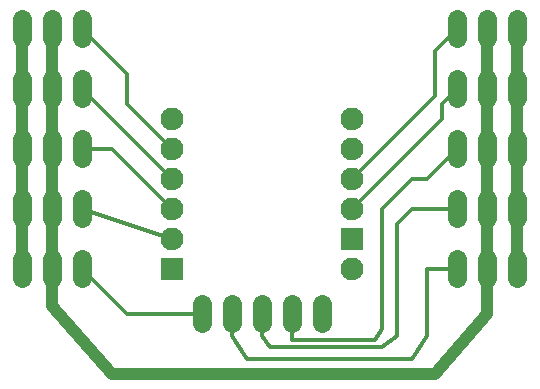
<source format=gbl>
G75*
%MOIN*%
%OFA0B0*%
%FSLAX25Y25*%
%IPPOS*%
%LPD*%
%AMOC8*
5,1,8,0,0,1.08239X$1,22.5*
%
%ADD10C,0.06400*%
%ADD11R,0.07600X0.07600*%
%ADD12C,0.07600*%
%ADD13C,0.04000*%
%ADD14C,0.01200*%
D10*
X0016600Y0039467D02*
X0016600Y0045867D01*
X0026600Y0045867D02*
X0026600Y0039467D01*
X0036600Y0039467D02*
X0036600Y0045867D01*
X0036600Y0059467D02*
X0036600Y0065867D01*
X0026600Y0065867D02*
X0026600Y0059467D01*
X0016600Y0059467D02*
X0016600Y0065867D01*
X0016600Y0079467D02*
X0016600Y0085867D01*
X0026600Y0085867D02*
X0026600Y0079467D01*
X0036600Y0079467D02*
X0036600Y0085867D01*
X0036600Y0099467D02*
X0036600Y0105867D01*
X0026600Y0105867D02*
X0026600Y0099467D01*
X0016600Y0099467D02*
X0016600Y0105867D01*
X0016600Y0119467D02*
X0016600Y0125867D01*
X0026600Y0125867D02*
X0026600Y0119467D01*
X0036600Y0119467D02*
X0036600Y0125867D01*
X0076600Y0030867D02*
X0076600Y0024467D01*
X0086600Y0024467D02*
X0086600Y0030867D01*
X0096600Y0030867D02*
X0096600Y0024467D01*
X0106600Y0024467D02*
X0106600Y0030867D01*
X0116600Y0030867D02*
X0116600Y0024467D01*
X0161600Y0039467D02*
X0161600Y0045867D01*
X0171600Y0045867D02*
X0171600Y0039467D01*
X0181600Y0039467D02*
X0181600Y0045867D01*
X0181600Y0059467D02*
X0181600Y0065867D01*
X0171600Y0065867D02*
X0171600Y0059467D01*
X0161600Y0059467D02*
X0161600Y0065867D01*
X0161600Y0079467D02*
X0161600Y0085867D01*
X0171600Y0085867D02*
X0171600Y0079467D01*
X0181600Y0079467D02*
X0181600Y0085867D01*
X0181600Y0099467D02*
X0181600Y0105867D01*
X0171600Y0105867D02*
X0171600Y0099467D01*
X0161600Y0099467D02*
X0161600Y0105867D01*
X0161600Y0119467D02*
X0161600Y0125867D01*
X0171600Y0125867D02*
X0171600Y0119467D01*
X0181600Y0119467D02*
X0181600Y0125867D01*
D11*
X0126600Y0052667D03*
X0066600Y0042667D03*
D12*
X0066600Y0052667D03*
X0066600Y0062667D03*
X0066600Y0072667D03*
X0066600Y0082667D03*
X0066600Y0092667D03*
X0126600Y0092667D03*
X0126600Y0082667D03*
X0126600Y0072667D03*
X0126600Y0062667D03*
X0126600Y0042667D03*
D13*
X0046600Y0007667D02*
X0026600Y0030167D01*
X0026600Y0042667D01*
X0026600Y0062667D01*
X0026600Y0082667D01*
X0026600Y0102667D01*
X0026600Y0122667D01*
X0016600Y0122667D02*
X0016600Y0102667D01*
X0016600Y0082667D01*
X0016600Y0062667D01*
X0016600Y0042667D01*
X0046600Y0007667D02*
X0154100Y0007667D01*
X0171600Y0027667D01*
X0171600Y0042667D01*
X0171600Y0062667D01*
X0171600Y0082667D01*
X0171600Y0102667D01*
X0171600Y0122667D01*
X0181600Y0122667D02*
X0181600Y0102667D01*
X0181600Y0082667D01*
X0181600Y0062667D01*
X0181600Y0042667D01*
X0181600Y0080167D02*
X0181600Y0082667D01*
X0016600Y0082667D02*
X0016600Y0080167D01*
D14*
X0036600Y0082667D02*
X0046600Y0082667D01*
X0066600Y0062667D01*
X0066600Y0072667D02*
X0036600Y0102667D01*
X0051600Y0097667D02*
X0051600Y0107667D01*
X0036600Y0122667D01*
X0051600Y0097667D02*
X0066600Y0082667D01*
X0066600Y0052667D02*
X0036600Y0062667D01*
X0036600Y0042667D02*
X0051600Y0027667D01*
X0076600Y0027667D01*
X0086600Y0027667D02*
X0086600Y0020167D01*
X0091600Y0012667D01*
X0146600Y0012667D01*
X0151600Y0020167D01*
X0151600Y0042667D01*
X0161600Y0042667D01*
X0146600Y0062667D02*
X0141600Y0057667D01*
X0141600Y0020167D01*
X0136600Y0016417D01*
X0099100Y0016417D01*
X0096600Y0020167D01*
X0096600Y0027667D01*
X0106600Y0027667D02*
X0106600Y0018917D01*
X0134100Y0018917D01*
X0136600Y0022667D01*
X0136600Y0062667D01*
X0146600Y0072667D01*
X0151600Y0072667D01*
X0161600Y0082667D01*
X0156600Y0092667D02*
X0126600Y0062667D01*
X0126600Y0072667D02*
X0154100Y0100167D01*
X0154100Y0115167D01*
X0161600Y0122667D01*
X0161600Y0102667D02*
X0156600Y0097667D01*
X0156600Y0092667D01*
X0161600Y0062667D02*
X0146600Y0062667D01*
M02*

</source>
